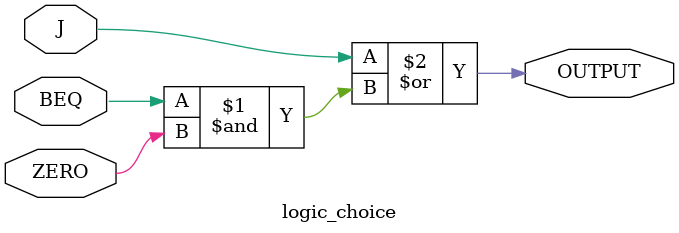
<source format=v>

module logic_choice(OUTPUT, J, BEQ, ZERO);
    input J, BEQ, ZERO;
    output OUTPUT;

    // Logic to determine the output based on J and BEQ
    assign OUTPUT = (J | (BEQ & ZERO));
    // If J is true, OUTPUT is true; if BEQ is true and ZERO is true, OUTPUT is also true
    // Otherwise, OUTPUT is false
endmodule
</source>
